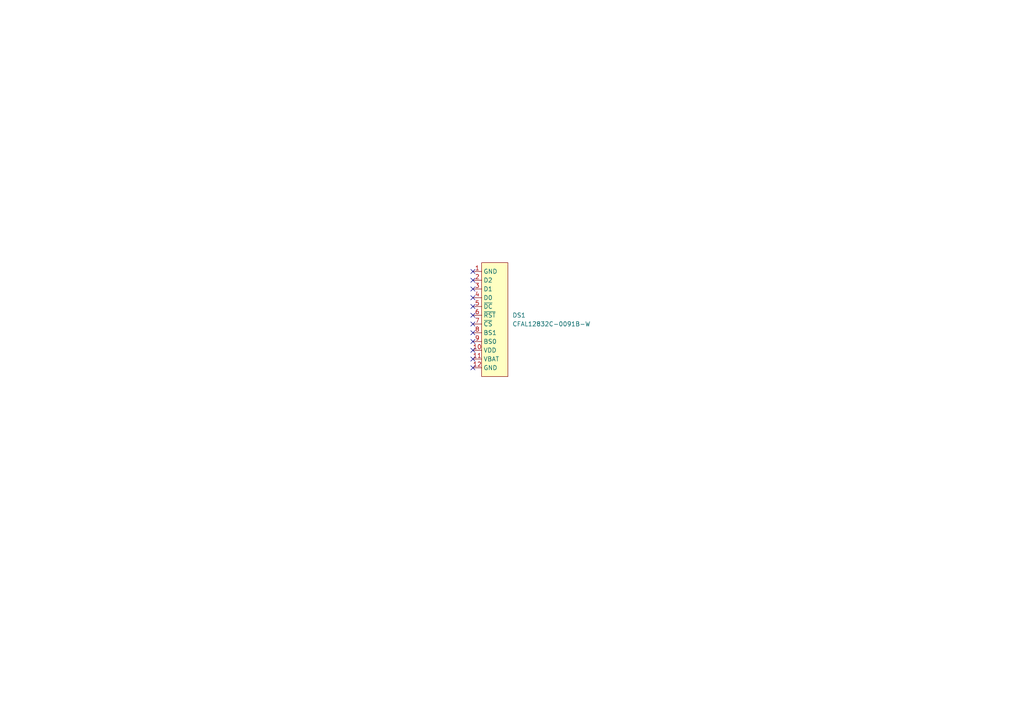
<source format=kicad_sch>
(kicad_sch (version 20230121) (generator eeschema)
  (paper "A4")
  (lib_symbols
    (symbol "MPP_Display_Graphic:CFAL12832C-0091B-W"
      (property "Reference" "DS" (at 1.27 19.05 0))
      (property "Value" "CFAL12832C-0091B-W" (at 11.43 16.51 0))
      (symbol "CFAL12832C-0091B-W_1_1"
        (rectangle (start 0 15.24) (end 7.62 -17.78) (fill (type background)))
        (pin power_in line (at -2.54 12.7 0) (length 2.54) (name "GND") (number "1"))
        (pin power_in line (at -2.54 -10.16 0) (length 2.54) (name "VDD") (number "10"))
        (pin power_in line (at -2.54 -12.7 0) (length 2.54) (name "VBAT") (number "11"))
        (pin power_in line (at -2.54 -15.24 0) (length 2.54) (name "GND") (number "12"))
        (pin bidirectional line (at -2.54 10.16 0) (length 2.54) (name "D2") (number "2"))
        (pin bidirectional line (at -2.54 7.62 0) (length 2.54) (name "D1") (number "3"))
        (pin bidirectional line (at -2.54 5.08 0) (length 2.54) (name "D0") (number "4"))
        (pin bidirectional line (at -2.54 2.54 0) (length 2.54) (name "~{DC}") (number "5"))
        (pin bidirectional line (at -2.54 0 0) (length 2.54) (name "~{RST}") (number "6"))
        (pin bidirectional line (at -2.54 -2.54 0) (length 2.54) (name "~{CS}") (number "7"))
        (pin bidirectional line (at -2.54 -5.08 0) (length 2.54) (name "BS1") (number "8"))
        (pin bidirectional line (at -2.54 -7.62 0) (length 2.54) (name "BS0") (number "9"))
      )
    )
  )
  (no_connect (at 137.16 93.98))
  (no_connect (at 137.16 99.06))
  (no_connect (at 137.16 106.68))
  (no_connect (at 137.16 91.44))
  (no_connect (at 137.16 78.74))
  (no_connect (at 137.16 83.82))
  (no_connect (at 137.16 104.14))
  (no_connect (at 137.16 96.52))
  (no_connect (at 137.16 81.28))
  (no_connect (at 137.16 86.36))
  (no_connect (at 137.16 88.9))
  (no_connect (at 137.16 101.6))
  (symbol (lib_id "MPP_Display_Graphic:CFAL12832C-0091B-W") (at 139.7 91.44 0) (unit 1)
    (property "Reference" "DS1" (at 148.59 91.44 0) (effects (justify left)))
    (property "Value" "CFAL12832C-0091B-W" (at 148.59 93.98 0) (effects (justify left)))
    (property "Footprint" "MPP_Display:CFAL12832C-0091B-W" (effects hide))
    (property "Datasheet" "file:///C:/Users/marcp/Downloads/CFAL12832C-0091B-W_Datasheet%20(6).pdf" (effects hide))
  )
)
</source>
